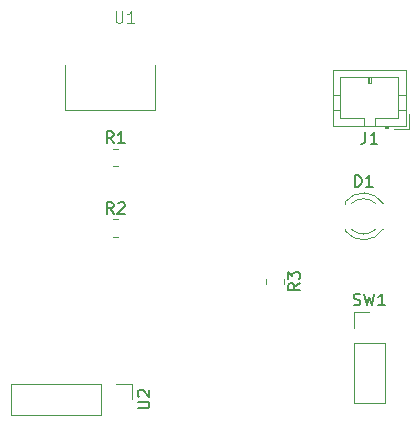
<source format=gbr>
%TF.GenerationSoftware,KiCad,Pcbnew,8.0.7*%
%TF.CreationDate,2025-02-28T09:56:09-08:00*%
%TF.ProjectId,514finalsensor,35313466-696e-4616-9c73-656e736f722e,rev?*%
%TF.SameCoordinates,Original*%
%TF.FileFunction,Legend,Top*%
%TF.FilePolarity,Positive*%
%FSLAX46Y46*%
G04 Gerber Fmt 4.6, Leading zero omitted, Abs format (unit mm)*
G04 Created by KiCad (PCBNEW 8.0.7) date 2025-02-28 09:56:09*
%MOMM*%
%LPD*%
G01*
G04 APERTURE LIST*
%ADD10C,0.150000*%
%ADD11C,0.100000*%
%ADD12C,0.120000*%
G04 APERTURE END LIST*
D10*
X209761905Y-65994819D02*
X209761905Y-64994819D01*
X209761905Y-64994819D02*
X210000000Y-64994819D01*
X210000000Y-64994819D02*
X210142857Y-65042438D01*
X210142857Y-65042438D02*
X210238095Y-65137676D01*
X210238095Y-65137676D02*
X210285714Y-65232914D01*
X210285714Y-65232914D02*
X210333333Y-65423390D01*
X210333333Y-65423390D02*
X210333333Y-65566247D01*
X210333333Y-65566247D02*
X210285714Y-65756723D01*
X210285714Y-65756723D02*
X210238095Y-65851961D01*
X210238095Y-65851961D02*
X210142857Y-65947200D01*
X210142857Y-65947200D02*
X210000000Y-65994819D01*
X210000000Y-65994819D02*
X209761905Y-65994819D01*
X211285714Y-65994819D02*
X210714286Y-65994819D01*
X211000000Y-65994819D02*
X211000000Y-64994819D01*
X211000000Y-64994819D02*
X210904762Y-65137676D01*
X210904762Y-65137676D02*
X210809524Y-65232914D01*
X210809524Y-65232914D02*
X210714286Y-65280533D01*
X191364819Y-84761904D02*
X192174342Y-84761904D01*
X192174342Y-84761904D02*
X192269580Y-84714285D01*
X192269580Y-84714285D02*
X192317200Y-84666666D01*
X192317200Y-84666666D02*
X192364819Y-84571428D01*
X192364819Y-84571428D02*
X192364819Y-84380952D01*
X192364819Y-84380952D02*
X192317200Y-84285714D01*
X192317200Y-84285714D02*
X192269580Y-84238095D01*
X192269580Y-84238095D02*
X192174342Y-84190476D01*
X192174342Y-84190476D02*
X191364819Y-84190476D01*
X191460057Y-83761904D02*
X191412438Y-83714285D01*
X191412438Y-83714285D02*
X191364819Y-83619047D01*
X191364819Y-83619047D02*
X191364819Y-83380952D01*
X191364819Y-83380952D02*
X191412438Y-83285714D01*
X191412438Y-83285714D02*
X191460057Y-83238095D01*
X191460057Y-83238095D02*
X191555295Y-83190476D01*
X191555295Y-83190476D02*
X191650533Y-83190476D01*
X191650533Y-83190476D02*
X191793390Y-83238095D01*
X191793390Y-83238095D02*
X192364819Y-83809523D01*
X192364819Y-83809523D02*
X192364819Y-83190476D01*
X210666666Y-61354819D02*
X210666666Y-62069104D01*
X210666666Y-62069104D02*
X210619047Y-62211961D01*
X210619047Y-62211961D02*
X210523809Y-62307200D01*
X210523809Y-62307200D02*
X210380952Y-62354819D01*
X210380952Y-62354819D02*
X210285714Y-62354819D01*
X211666666Y-62354819D02*
X211095238Y-62354819D01*
X211380952Y-62354819D02*
X211380952Y-61354819D01*
X211380952Y-61354819D02*
X211285714Y-61497676D01*
X211285714Y-61497676D02*
X211190476Y-61592914D01*
X211190476Y-61592914D02*
X211095238Y-61640533D01*
X209666667Y-75987200D02*
X209809524Y-76034819D01*
X209809524Y-76034819D02*
X210047619Y-76034819D01*
X210047619Y-76034819D02*
X210142857Y-75987200D01*
X210142857Y-75987200D02*
X210190476Y-75939580D01*
X210190476Y-75939580D02*
X210238095Y-75844342D01*
X210238095Y-75844342D02*
X210238095Y-75749104D01*
X210238095Y-75749104D02*
X210190476Y-75653866D01*
X210190476Y-75653866D02*
X210142857Y-75606247D01*
X210142857Y-75606247D02*
X210047619Y-75558628D01*
X210047619Y-75558628D02*
X209857143Y-75511009D01*
X209857143Y-75511009D02*
X209761905Y-75463390D01*
X209761905Y-75463390D02*
X209714286Y-75415771D01*
X209714286Y-75415771D02*
X209666667Y-75320533D01*
X209666667Y-75320533D02*
X209666667Y-75225295D01*
X209666667Y-75225295D02*
X209714286Y-75130057D01*
X209714286Y-75130057D02*
X209761905Y-75082438D01*
X209761905Y-75082438D02*
X209857143Y-75034819D01*
X209857143Y-75034819D02*
X210095238Y-75034819D01*
X210095238Y-75034819D02*
X210238095Y-75082438D01*
X210571429Y-75034819D02*
X210809524Y-76034819D01*
X210809524Y-76034819D02*
X211000000Y-75320533D01*
X211000000Y-75320533D02*
X211190476Y-76034819D01*
X211190476Y-76034819D02*
X211428572Y-75034819D01*
X212333333Y-76034819D02*
X211761905Y-76034819D01*
X212047619Y-76034819D02*
X212047619Y-75034819D01*
X212047619Y-75034819D02*
X211952381Y-75177676D01*
X211952381Y-75177676D02*
X211857143Y-75272914D01*
X211857143Y-75272914D02*
X211761905Y-75320533D01*
X189333333Y-62304819D02*
X189000000Y-61828628D01*
X188761905Y-62304819D02*
X188761905Y-61304819D01*
X188761905Y-61304819D02*
X189142857Y-61304819D01*
X189142857Y-61304819D02*
X189238095Y-61352438D01*
X189238095Y-61352438D02*
X189285714Y-61400057D01*
X189285714Y-61400057D02*
X189333333Y-61495295D01*
X189333333Y-61495295D02*
X189333333Y-61638152D01*
X189333333Y-61638152D02*
X189285714Y-61733390D01*
X189285714Y-61733390D02*
X189238095Y-61781009D01*
X189238095Y-61781009D02*
X189142857Y-61828628D01*
X189142857Y-61828628D02*
X188761905Y-61828628D01*
X190285714Y-62304819D02*
X189714286Y-62304819D01*
X190000000Y-62304819D02*
X190000000Y-61304819D01*
X190000000Y-61304819D02*
X189904762Y-61447676D01*
X189904762Y-61447676D02*
X189809524Y-61542914D01*
X189809524Y-61542914D02*
X189714286Y-61590533D01*
X189333333Y-68304819D02*
X189000000Y-67828628D01*
X188761905Y-68304819D02*
X188761905Y-67304819D01*
X188761905Y-67304819D02*
X189142857Y-67304819D01*
X189142857Y-67304819D02*
X189238095Y-67352438D01*
X189238095Y-67352438D02*
X189285714Y-67400057D01*
X189285714Y-67400057D02*
X189333333Y-67495295D01*
X189333333Y-67495295D02*
X189333333Y-67638152D01*
X189333333Y-67638152D02*
X189285714Y-67733390D01*
X189285714Y-67733390D02*
X189238095Y-67781009D01*
X189238095Y-67781009D02*
X189142857Y-67828628D01*
X189142857Y-67828628D02*
X188761905Y-67828628D01*
X189714286Y-67400057D02*
X189761905Y-67352438D01*
X189761905Y-67352438D02*
X189857143Y-67304819D01*
X189857143Y-67304819D02*
X190095238Y-67304819D01*
X190095238Y-67304819D02*
X190190476Y-67352438D01*
X190190476Y-67352438D02*
X190238095Y-67400057D01*
X190238095Y-67400057D02*
X190285714Y-67495295D01*
X190285714Y-67495295D02*
X190285714Y-67590533D01*
X190285714Y-67590533D02*
X190238095Y-67733390D01*
X190238095Y-67733390D02*
X189666667Y-68304819D01*
X189666667Y-68304819D02*
X190285714Y-68304819D01*
D11*
X189508095Y-51107919D02*
X189508095Y-51917442D01*
X189508095Y-51917442D02*
X189555714Y-52012680D01*
X189555714Y-52012680D02*
X189603333Y-52060300D01*
X189603333Y-52060300D02*
X189698571Y-52107919D01*
X189698571Y-52107919D02*
X189889047Y-52107919D01*
X189889047Y-52107919D02*
X189984285Y-52060300D01*
X189984285Y-52060300D02*
X190031904Y-52012680D01*
X190031904Y-52012680D02*
X190079523Y-51917442D01*
X190079523Y-51917442D02*
X190079523Y-51107919D01*
X191079523Y-52107919D02*
X190508095Y-52107919D01*
X190793809Y-52107919D02*
X190793809Y-51107919D01*
X190793809Y-51107919D02*
X190698571Y-51250776D01*
X190698571Y-51250776D02*
X190603333Y-51346014D01*
X190603333Y-51346014D02*
X190508095Y-51393633D01*
D10*
X205104819Y-74166666D02*
X204628628Y-74499999D01*
X205104819Y-74738094D02*
X204104819Y-74738094D01*
X204104819Y-74738094D02*
X204104819Y-74357142D01*
X204104819Y-74357142D02*
X204152438Y-74261904D01*
X204152438Y-74261904D02*
X204200057Y-74214285D01*
X204200057Y-74214285D02*
X204295295Y-74166666D01*
X204295295Y-74166666D02*
X204438152Y-74166666D01*
X204438152Y-74166666D02*
X204533390Y-74214285D01*
X204533390Y-74214285D02*
X204581009Y-74261904D01*
X204581009Y-74261904D02*
X204628628Y-74357142D01*
X204628628Y-74357142D02*
X204628628Y-74738094D01*
X204104819Y-73833332D02*
X204104819Y-73214285D01*
X204104819Y-73214285D02*
X204485771Y-73547618D01*
X204485771Y-73547618D02*
X204485771Y-73404761D01*
X204485771Y-73404761D02*
X204533390Y-73309523D01*
X204533390Y-73309523D02*
X204581009Y-73261904D01*
X204581009Y-73261904D02*
X204676247Y-73214285D01*
X204676247Y-73214285D02*
X204914342Y-73214285D01*
X204914342Y-73214285D02*
X205009580Y-73261904D01*
X205009580Y-73261904D02*
X205057200Y-73309523D01*
X205057200Y-73309523D02*
X205104819Y-73404761D01*
X205104819Y-73404761D02*
X205104819Y-73690475D01*
X205104819Y-73690475D02*
X205057200Y-73785713D01*
X205057200Y-73785713D02*
X205009580Y-73833332D01*
D12*
%TO.C,D1*%
X208940000Y-67264000D02*
X208940000Y-67420000D01*
X208940000Y-69580000D02*
X208940000Y-69736000D01*
X208940000Y-67264484D02*
G75*
G02*
X212171397Y-67419939I1560000J-1235516D01*
G01*
X209459039Y-67420000D02*
G75*
G02*
X211540910Y-67419951I1040961J-1080000D01*
G01*
X211540910Y-69580049D02*
G75*
G02*
X209459039Y-69580000I-1040910J1080049D01*
G01*
X212171397Y-69580061D02*
G75*
G02*
X208940000Y-69735516I-1671397J1080061D01*
G01*
%TO.C,U2*%
X180630000Y-82670000D02*
X180630000Y-85330000D01*
X188310000Y-82670000D02*
X180630000Y-82670000D01*
X188310000Y-82670000D02*
X188310000Y-85330000D01*
X188310000Y-85330000D02*
X180630000Y-85330000D01*
X189580000Y-82670000D02*
X190910000Y-82670000D01*
X190910000Y-82670000D02*
X190910000Y-84000000D01*
%TO.C,J1*%
X207940000Y-56090000D02*
X207940000Y-60810000D01*
X207940000Y-58200000D02*
X208550000Y-58200000D01*
X207940000Y-59500000D02*
X208550000Y-59500000D01*
X207940000Y-60810000D02*
X214060000Y-60810000D01*
X208550000Y-56700000D02*
X208550000Y-60200000D01*
X208550000Y-60200000D02*
X210500000Y-60200000D01*
X210500000Y-60200000D02*
X210500000Y-60810000D01*
X210900000Y-57200000D02*
X210900000Y-56700000D01*
X211000000Y-56700000D02*
X211000000Y-57200000D01*
X211100000Y-56700000D02*
X211100000Y-57200000D01*
X211100000Y-57200000D02*
X210900000Y-57200000D01*
X211500000Y-60200000D02*
X213450000Y-60200000D01*
X211500000Y-60810000D02*
X211500000Y-60200000D01*
X212300000Y-60810000D02*
X212300000Y-61010000D01*
X212300000Y-60910000D02*
X212600000Y-60910000D01*
X212300000Y-61010000D02*
X212600000Y-61010000D01*
X212600000Y-61010000D02*
X212600000Y-60810000D01*
X213110000Y-61110000D02*
X214360000Y-61110000D01*
X213450000Y-56700000D02*
X208550000Y-56700000D01*
X213450000Y-60200000D02*
X213450000Y-56700000D01*
X214060000Y-56090000D02*
X207940000Y-56090000D01*
X214060000Y-58200000D02*
X213450000Y-58200000D01*
X214060000Y-59500000D02*
X213450000Y-59500000D01*
X214060000Y-60810000D02*
X214060000Y-56090000D01*
X214360000Y-61110000D02*
X214360000Y-59860000D01*
%TO.C,SW1*%
X209670000Y-76580000D02*
X211000000Y-76580000D01*
X209670000Y-77910000D02*
X209670000Y-76580000D01*
X209670000Y-79180000D02*
X209670000Y-84320000D01*
X209670000Y-79180000D02*
X212330000Y-79180000D01*
X209670000Y-84320000D02*
X212330000Y-84320000D01*
X212330000Y-79180000D02*
X212330000Y-84320000D01*
%TO.C,R1*%
X189272936Y-62765000D02*
X189727064Y-62765000D01*
X189272936Y-64235000D02*
X189727064Y-64235000D01*
%TO.C,R2*%
X189272936Y-68765000D02*
X189727064Y-68765000D01*
X189272936Y-70235000D02*
X189727064Y-70235000D01*
D11*
%TO.C,U1*%
X185190000Y-55690500D02*
X185190000Y-59500500D01*
X185190000Y-59500500D02*
X192810000Y-59500500D01*
X192810000Y-59500500D02*
X192810000Y-55690500D01*
D12*
%TO.C,R3*%
X202265000Y-73772936D02*
X202265000Y-74227064D01*
X203735000Y-73772936D02*
X203735000Y-74227064D01*
%TD*%
M02*

</source>
